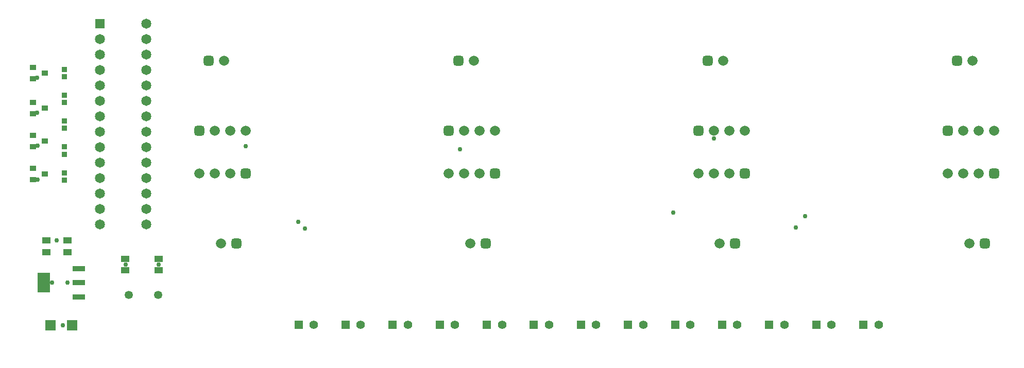
<source format=gbr>
%TF.GenerationSoftware,Altium Limited,Altium Designer,24.6.1 (21)*%
G04 Layer_Color=8388736*
%FSLAX45Y45*%
%MOMM*%
%TF.SameCoordinates,9A433DDD-85E4-4EE4-B99C-1E68303A8431*%
%TF.FilePolarity,Negative*%
%TF.FileFunction,Soldermask,Top*%
%TF.Part,Single*%
G01*
G75*
%TA.AperFunction,SMDPad,CuDef*%
%ADD10R,1.70000X1.68000*%
%ADD12R,0.85822X0.80606*%
%ADD13R,2.15000X3.25000*%
%ADD14R,2.15000X0.95000*%
%TA.AperFunction,ComponentPad*%
%ADD23R,1.40000X1.40000*%
%ADD24C,1.40000*%
%TA.AperFunction,SMDPad,CuDef*%
%ADD31R,1.05000X0.95000*%
%ADD32R,1.45000X1.05000*%
%TA.AperFunction,ViaPad*%
%ADD33C,0.75000*%
%TA.AperFunction,ComponentPad*%
%ADD34C,1.67000*%
G04:AMPARAMS|DCode=35|XSize=1.67mm|YSize=1.67mm|CornerRadius=0.455mm|HoleSize=0mm|Usage=FLASHONLY|Rotation=180.000|XOffset=0mm|YOffset=0mm|HoleType=Round|Shape=RoundedRectangle|*
%AMROUNDEDRECTD35*
21,1,1.67000,0.76000,0,0,180.0*
21,1,0.76000,1.67000,0,0,180.0*
1,1,0.91000,-0.38000,0.38000*
1,1,0.91000,0.38000,0.38000*
1,1,0.91000,0.38000,-0.38000*
1,1,0.91000,-0.38000,-0.38000*
%
%ADD35ROUNDEDRECTD35*%
%ADD36C,1.35000*%
%TA.AperFunction,WasherPad*%
%ADD37C,0.15000*%
%TA.AperFunction,ComponentPad*%
%ADD38C,1.65000*%
%ADD39R,1.65000X1.65000*%
D10*
X1029001Y800000D02*
D03*
X670998D02*
D03*
D12*
X900000Y5010101D02*
D03*
Y4889888D02*
D03*
Y3735103D02*
D03*
Y3614889D02*
D03*
Y4160105D02*
D03*
Y4039892D02*
D03*
Y4585103D02*
D03*
Y4464890D02*
D03*
Y3189892D02*
D03*
Y3310110D02*
D03*
D13*
X559995Y1499999D02*
D03*
D14*
X1139999D02*
D03*
Y1269997D02*
D03*
Y1730001D02*
D03*
D23*
X10163690Y809195D02*
D03*
X13258258D02*
D03*
X4748201D02*
D03*
X6295483D02*
D03*
X5521845D02*
D03*
X7069126D02*
D03*
X7842770D02*
D03*
X8616408D02*
D03*
X9390051D02*
D03*
X12484615D02*
D03*
X11710976D02*
D03*
X10937333D02*
D03*
X14031902D02*
D03*
D24*
X10413692D02*
D03*
X13508255D02*
D03*
X4998198D02*
D03*
X6545480D02*
D03*
X5771842D02*
D03*
X7319123D02*
D03*
X8092767D02*
D03*
X8866410D02*
D03*
X9640048D02*
D03*
X12734617D02*
D03*
X11960973D02*
D03*
X11187335D02*
D03*
X14281898D02*
D03*
D31*
X381499Y4469930D02*
D03*
Y4279927D02*
D03*
X581499Y4374929D02*
D03*
X381499Y5045001D02*
D03*
Y4854999D02*
D03*
X581499Y4950000D02*
D03*
Y3291197D02*
D03*
X381499Y3196196D02*
D03*
Y3386198D02*
D03*
X581499Y3833065D02*
D03*
X381499Y3738064D02*
D03*
Y3928066D02*
D03*
D32*
X600000Y2195004D02*
D03*
Y2005002D02*
D03*
X949997D02*
D03*
Y2195004D02*
D03*
X2449999Y1704997D02*
D03*
Y1895000D02*
D03*
X1899998Y1704997D02*
D03*
Y1895000D02*
D03*
D33*
X7403321Y3700000D02*
D03*
X3881000Y3750000D02*
D03*
X454921Y4294929D02*
D03*
X1905002Y1799998D02*
D03*
X2449999D02*
D03*
X454992Y4870000D02*
D03*
X455784Y3753065D02*
D03*
X462698Y3198340D02*
D03*
X877678Y800000D02*
D03*
X775001Y2195004D02*
D03*
X700000Y1499999D02*
D03*
X950002D02*
D03*
X11578295Y3875001D02*
D03*
X10904719Y2651396D02*
D03*
X4851899Y2396837D02*
D03*
X12919458Y2412977D02*
D03*
X4740139Y2500977D02*
D03*
X13078960Y2594957D02*
D03*
D34*
X3119000Y3300001D02*
D03*
X3373000D02*
D03*
X3627000D02*
D03*
X3472999Y2150000D02*
D03*
X15673000Y3999999D02*
D03*
X15927000D02*
D03*
X16181000D02*
D03*
X15927000Y3300001D02*
D03*
X15673000D02*
D03*
X15419000D02*
D03*
X11826998D02*
D03*
X11572998D02*
D03*
X11318998D02*
D03*
X11572998Y3999999D02*
D03*
X11826998D02*
D03*
X12080998D02*
D03*
X7473002D02*
D03*
X7727002D02*
D03*
X7981002D02*
D03*
X7727002Y3300001D02*
D03*
X7473002D02*
D03*
X7219002D02*
D03*
X3373000Y3999999D02*
D03*
X3627000D02*
D03*
X3881000D02*
D03*
X15827000Y5149999D02*
D03*
X11726999D02*
D03*
X7627002D02*
D03*
X3527000D02*
D03*
X15773000Y2150000D02*
D03*
X11672998D02*
D03*
X7573002D02*
D03*
D35*
X3881000Y3300001D02*
D03*
X3726999Y2150000D02*
D03*
X15419000Y3999999D02*
D03*
X16181000Y3300001D02*
D03*
X12080998D02*
D03*
X11318998Y3999999D02*
D03*
X7219002D02*
D03*
X7981002Y3300001D02*
D03*
X3119000Y3999999D02*
D03*
X15573001Y5149999D02*
D03*
X11472999D02*
D03*
X7373002D02*
D03*
X3273000D02*
D03*
X16027000Y2150000D02*
D03*
X11926998D02*
D03*
X7827002D02*
D03*
D36*
X1956005Y1300005D02*
D03*
X2444005D02*
D03*
D37*
X16250002Y6000000D02*
D03*
X249998D02*
D03*
X16250002Y249999D02*
D03*
X249998D02*
D03*
D38*
X1486399Y4235797D02*
D03*
X2248399Y3727797D02*
D03*
Y3981797D02*
D03*
X1486399D02*
D03*
X2248399Y4235797D02*
D03*
X1486399Y3473797D02*
D03*
Y3727797D02*
D03*
Y4489797D02*
D03*
Y3219797D02*
D03*
Y2965797D02*
D03*
Y2711797D02*
D03*
Y2457797D02*
D03*
X2248399D02*
D03*
Y2711797D02*
D03*
Y2965797D02*
D03*
Y3219797D02*
D03*
Y3473797D02*
D03*
Y4489797D02*
D03*
Y4743797D02*
D03*
Y4997797D02*
D03*
Y5251797D02*
D03*
Y5505797D02*
D03*
Y5759797D02*
D03*
X1486399Y5505797D02*
D03*
Y5251797D02*
D03*
Y4997797D02*
D03*
Y4743797D02*
D03*
D39*
Y5759797D02*
D03*
%TF.MD5,2c30482e79fa13e95002ea3b715c0297*%
M02*

</source>
